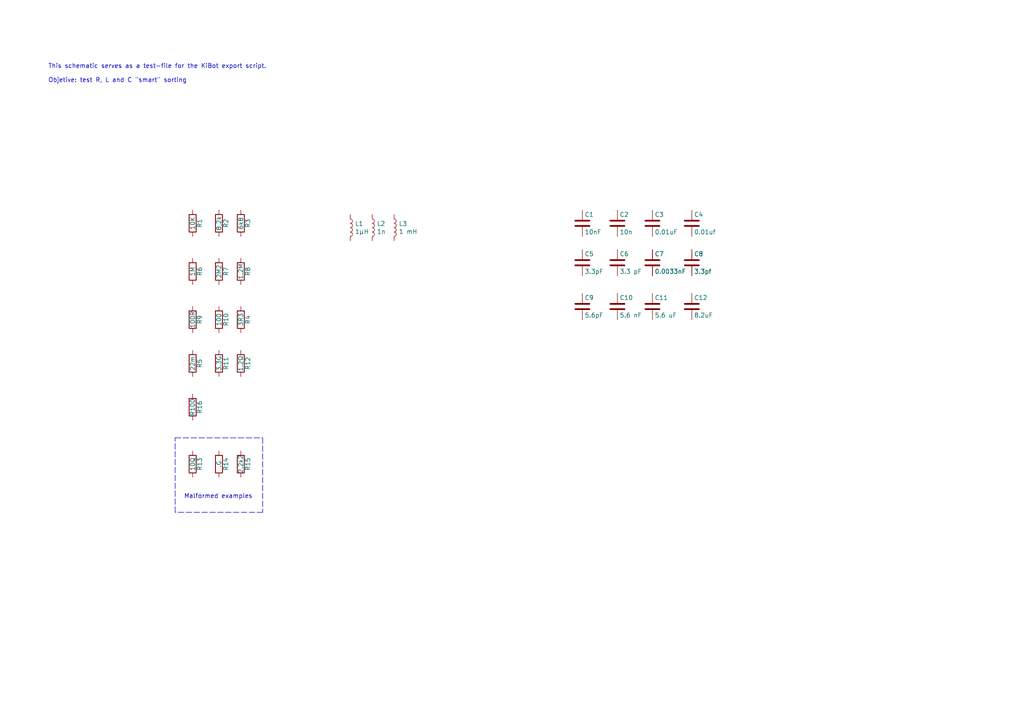
<source format=kicad_sch>
(kicad_sch (version 20211123) (generator eeschema)
  (paper "A4")
  (title_block (title "KiBom Test Schematic") (date "2020-03-12") (rev "A") (company "https://github.com/SchrodingersGat/KiBom"))
  (lib_symbols
    (symbol "Device:C" (pin_numbers hide) (pin_names (offset 0.254))
      (property "Reference" "C" (at 0.635 2.54 0))
      (property "Value" "C" (at 0.635 -2.54 0))
      (symbol "C_0_1"
        (polyline (pts (xy -2.032 -0.762) (xy 2.032 -0.762)) (stroke (width 0.508)))
        (polyline (pts (xy -2.032 0.762) (xy 2.032 0.762)) (stroke (width 0.508)))
      )
      (symbol "C_1_1"
        (pin passive line (at 0 3.81 270) (length 2.794) (name "~") (number "1"))
        (pin passive line (at 0 -3.81 90) (length 2.794) (name "~") (number "2"))
      )
    )
    (symbol "Device:L" (pin_numbers hide) (pin_names (offset 1.016) hide)
      (property "Reference" "L" (at -1.27 0 90))
      (property "Value" "L" (at 1.905 0 90))
      (symbol "L_0_1"
        (arc (start 0 -2.54) (mid 0.635 -1.905) (end 0 -1.27))
        (arc (start 0 -1.27) (mid 0.635 -0.635) (end 0 0))
        (arc (start 0 0) (mid 0.635 0.635) (end 0 1.27))
        (arc (start 0 1.27) (mid 0.635 1.905) (end 0 2.54))
      )
      (symbol "L_1_1"
        (pin passive line (at 0 3.81 270) (length 1.27) (name "1") (number "1"))
        (pin passive line (at 0 -3.81 90) (length 1.27) (name "2") (number "2"))
      )
    )
    (symbol "Device:R" (pin_numbers hide) (pin_names (offset 0))
      (property "Reference" "R" (at 2.032 0 90))
      (property "Value" "R" (at 0 0 90))
      (symbol "R_0_1"
        (rectangle (start -1.016 -2.54) (end 1.016 2.54) (stroke (width 0.254)))
      )
      (symbol "R_1_1"
        (pin passive line (at 0 3.81 270) (length 1.27) (name "~") (number "1"))
        (pin passive line (at 0 -3.81 90) (length 1.27) (name "~") (number "2"))
      )
    )
  )
  (polyline (pts (xy 50.8 127) (xy 76.2 127)))
  (polyline (pts (xy 50.8 148.59) (xy 50.8 127)))
  (polyline (pts (xy 76.2 127) (xy 76.2 148.59)))
  (polyline (pts (xy 76.2 148.59) (xy 50.8 148.59)))
  (text "This schematic serves as a test-file for the KiBot export script.\n\nObjetive: test R, L and C \"smart\" sorting" (at 13.97 24.13 0) (effects (font (size 1.27 1.27)) (justify left bottom)))
  (text "Malformed examples" (at 53.34 144.78 0) (effects (font (size 1.27 1.27)) (justify left bottom)))
  (symbol (lib_id "Device:R") (at 55.88 64.77 0) (unit 1)
    (property "Reference" "R1" (at 57.912 64.77 90))
    (property "Value" "10K" (at 55.88 64.77 90))
    (property "Footprint" "Resistor_SMD:R_0805_2012Metric" (effects hide))
  )
  (symbol (lib_id "Device:R") (at 63.5 64.77 0) (unit 1)
    (property "Reference" "R2" (at 65.532 64.77 90))
    (property "Value" "8,2k" (at 63.5 64.77 90))
    (property "Footprint" "Resistor_SMD:R_0805_2012Metric" (effects hide))
  )
  (symbol (lib_id "Device:R") (at 69.85 64.77 0) (unit 1)
    (property "Reference" "R3" (at 71.882 64.77 90))
    (property "Value" "6k8" (at 69.85 64.77 90))
    (property "Footprint" "Resistor_SMD:R_0805_2012Metric" (effects hide))
  )
  (symbol (lib_id "Device:R") (at 55.88 78.74 0) (unit 1)
    (property "Reference" "R6" (at 57.912 78.74 90))
    (property "Value" "1M" (at 55.88 78.74 90))
    (property "Footprint" "Resistor_SMD:R_0805_2012Metric" (effects hide))
    (property "Config" "DNF" (effects hide))
  )
  (symbol (lib_id "Device:R") (at 63.5 78.74 0) (unit 1)
    (property "Reference" "R7" (at 65.532 78.74 90))
    (property "Value" "2M2" (at 63.5 78.74 90))
    (property "Footprint" "Resistor_SMD:R_0805_2012Metric" (effects hide))
    (property "Config" "DNC" (effects hide))
  )
  (symbol (lib_id "Device:R") (at 69.85 78.74 0) (unit 1)
    (property "Reference" "R8" (at 71.882 78.74 90))
    (property "Value" "1.2M" (at 69.85 78.74 90))
    (property "Footprint" "Resistor_SMD:R_0805_2012Metric" (effects hide))
  )
  (symbol (lib_id "Device:R") (at 55.88 92.71 0) (unit 1)
    (property "Reference" "R9" (at 57.912 92.71 90))
    (property "Value" "100R" (at 55.88 92.71 90))
    (property "Footprint" "Resistor_SMD:R_0805_2012Metric" (effects hide))
  )
  (symbol (lib_id "Device:R") (at 63.5 92.71 0) (unit 1)
    (property "Reference" "R10" (at 65.532 92.71 90))
    (property "Value" "100" (at 63.5 92.71 90))
    (property "Footprint" "Resistor_SMD:R_0805_2012Metric" (effects hide))
  )
  (symbol (lib_id "Device:C") (at 168.91 64.77 0) (unit 1)
    (property "Reference" "C1" (at 169.545 62.23 0) (effects (justify left)))
    (property "Value" "10nF" (at 169.545 67.31 0) (effects (justify left)))
    (property "Footprint" "Capacitor_SMD:C_0603_1608Metric" (effects hide))
  )
  (symbol (lib_id "Device:C") (at 179.07 64.77 0) (unit 1)
    (property "Reference" "C2" (at 179.705 62.23 0) (effects (justify left)))
    (property "Value" "10n" (at 179.705 67.31 0) (effects (justify left)))
    (property "Footprint" "Capacitor_SMD:C_0603_1608Metric" (effects hide))
  )
  (symbol (lib_id "Device:C") (at 189.23 64.77 0) (unit 1)
    (property "Reference" "C3" (at 189.865 62.23 0) (effects (justify left)))
    (property "Value" "0.01uF" (at 189.865 67.31 0) (effects (justify left)))
    (property "Footprint" "Capacitor_SMD:C_0603_1608Metric" (effects hide))
  )
  (symbol (lib_id "Device:C") (at 200.66 64.77 0) (unit 1)
    (property "Reference" "C4" (at 201.295 62.23 0) (effects (justify left)))
    (property "Value" "0.01uf" (at 201.295 67.31 0) (effects (justify left)))
    (property "Footprint" "Capacitor_SMD:C_0603_1608Metric" (effects hide))
  )
  (symbol (lib_id "Device:C") (at 168.91 76.2 0) (unit 1)
    (property "Reference" "C5" (at 169.545 73.66 0) (effects (justify left)))
    (property "Value" "3.3pF" (at 169.545 78.74 0) (effects (justify left)))
    (property "Footprint" "Capacitor_SMD:C_0603_1608Metric" (effects hide))
  )
  (symbol (lib_id "Device:C") (at 179.07 76.2 0) (unit 1)
    (property "Reference" "C6" (at 179.705 73.66 0) (effects (justify left)))
    (property "Value" "3.3 pF" (at 179.705 78.74 0) (effects (justify left)))
    (property "Footprint" "Capacitor_SMD:C_0603_1608Metric" (effects hide))
  )
  (symbol (lib_id "Device:C") (at 189.23 76.2 0) (unit 1)
    (property "Reference" "C7" (at 189.865 73.66 0) (effects (justify left)))
    (property "Value" "0.0033nF" (at 189.865 78.74 0) (effects (justify left)))
    (property "Footprint" "Capacitor_SMD:C_0603_1608Metric" (effects hide))
  )
  (symbol (lib_id "Device:C") (at 200.66 76.2 0) (unit 1)
    (property "Reference" "C8" (at 201.295 73.66 0) (effects (justify left)))
    (property "Value" "3.3pf" (at 201.295 78.74 0) (effects (justify left)))
    (property "Footprint" "Capacitor_SMD:C_0603_1608Metric" (effects hide))
  )
  (symbol (lib_id "Device:C") (at 168.91 88.9 0) (unit 1)
    (property "Reference" "C9" (at 169.545 86.36 0) (effects (justify left)))
    (property "Value" "5.6pF" (at 169.545 91.44 0) (effects (justify left)))
    (property "Footprint" "Capacitor_SMD:C_0603_1608Metric" (effects hide))
  )
  (symbol (lib_id "Device:C") (at 179.07 88.9 0) (unit 1)
    (property "Reference" "C10" (at 179.705 86.36 0) (effects (justify left)))
    (property "Value" "5.6 nF" (at 179.705 91.44 0) (effects (justify left)))
    (property "Footprint" "Capacitor_SMD:C_0603_1608Metric" (effects hide))
  )
  (symbol (lib_id "Device:C") (at 189.23 88.9 0) (unit 1)
    (property "Reference" "C11" (at 189.865 86.36 0) (effects (justify left)))
    (property "Value" "5.6 uF" (at 189.865 91.44 0) (effects (justify left)))
    (property "Footprint" "Capacitor_SMD:C_0603_1608Metric" (effects hide))
  )
  (symbol (lib_id "Device:C") (at 200.66 88.9 0) (unit 1)
    (property "Reference" "C12" (at 201.295 86.36 0) (effects (justify left)))
    (property "Value" "8.2uF" (at 201.295 91.44 0) (effects (justify left)))
    (property "Footprint" "Capacitor_SMD:C_0603_1608Metric" (effects hide))
  )
  (symbol (lib_id "Device:R") (at 55.88 105.41 0) (unit 1)
    (property "Reference" "R5" (at 57.912 105.41 90))
    (property "Value" "22m" (at 55.88 105.41 90))
    (property "Footprint" "Resistor_SMD:R_0603_1608Metric" (effects hide))
  )
  (symbol (lib_id "Device:R") (at 69.85 92.71 0) (unit 1)
    (property "Reference" "R4" (at 71.882 92.71 90))
    (property "Value" "3R3" (at 69.85 92.71 90))
    (property "Footprint" "Resistor_SMD:R_0603_1608Metric" (effects hide))
  )
  (symbol (lib_id "Device:R") (at 63.5 105.41 0) (unit 1)
    (property "Reference" "R11" (at 65.532 105.41 90))
    (property "Value" "3.3G" (at 63.5 105.41 90))
    (property "Footprint" "Resistor_SMD:R_0805_2012Metric" (effects hide))
  )
  (symbol (lib_id "Device:L") (at 101.6 66.04 0) (unit 1)
    (property "Reference" "L1" (at 102.9208 64.8716 0) (effects (justify left)))
    (property "Value" "1µH" (at 102.9208 67.183 0) (effects (justify left)))
  )
  (symbol (lib_id "Device:R") (at 69.85 105.41 0) (unit 1)
    (property "Reference" "R12" (at 71.882 105.41 90))
    (property "Value" "1.2Ω" (at 69.85 105.41 90))
    (property "Footprint" "Resistor_SMD:R_0805_2012Metric" (effects hide))
  )
  (symbol (lib_id "Device:L") (at 107.95 66.04 0) (unit 1)
    (property "Reference" "L2" (at 109.2962 64.8716 0) (effects (justify left)))
    (property "Value" "1n" (at 109.2962 67.183 0) (effects (justify left)))
  )
  (symbol (lib_id "Device:L") (at 114.3 66.04 0) (unit 1)
    (property "Reference" "L3" (at 115.6462 64.8716 0) (effects (justify left)))
    (property "Value" "1 mH" (at 115.6462 67.183 0) (effects (justify left)))
  )
  (symbol (lib_id "Device:R") (at 55.88 134.62 0) (unit 1)
    (property "Reference" "R13" (at 57.912 134.62 90))
    (property "Value" "10Q" (at 55.88 134.62 90))
    (property "Footprint" "Resistor_SMD:R_0603_1608Metric" (effects hide))
  )
  (symbol (lib_id "Device:R") (at 63.5 134.62 0) (unit 1)
    (property "Reference" "R14" (at 65.532 134.62 90))
    (property "Value" ".G" (at 63.5 134.62 90))
    (property "Footprint" "Resistor_SMD:R_0805_2012Metric" (effects hide))
  )
  (symbol (lib_id "Device:R") (at 69.85 134.62 0) (unit 1)
    (property "Reference" "R15" (at 71.882 134.62 90))
    (property "Value" "2.2k2" (at 69.85 134.62 90))
    (property "Footprint" "Resistor_SMD:R_0805_2012Metric" (effects hide))
  )
  (symbol (lib_id "Device:R") (at 55.88 118.11 0) (unit 1)
    (property "Reference" "R16" (at 57.912 118.11 90))
    (property "Value" "R100" (at 55.88 118.11 90))
    (property "Footprint" "Resistor_SMD:R_0603_1608Metric" (effects hide))
  )
)
</source>
